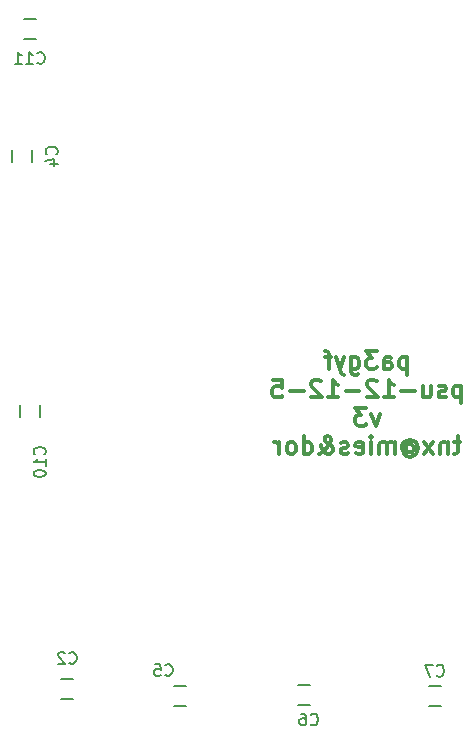
<source format=gbr>
G04 #@! TF.FileFunction,Legend,Bot*
%FSLAX46Y46*%
G04 Gerber Fmt 4.6, Leading zero omitted, Abs format (unit mm)*
G04 Created by KiCad (PCBNEW (after 2015-mar-04 BZR unknown)-product) date Wed 02 Nov 2016 01:14:16 AM CET*
%MOMM*%
G01*
G04 APERTURE LIST*
%ADD10C,0.100000*%
%ADD11C,0.300000*%
%ADD12C,0.150000*%
G04 APERTURE END LIST*
D10*
D11*
X49747857Y-46243571D02*
X49747857Y-47743571D01*
X49747857Y-46315000D02*
X49605000Y-46243571D01*
X49319286Y-46243571D01*
X49176429Y-46315000D01*
X49105000Y-46386429D01*
X49033571Y-46529286D01*
X49033571Y-46957857D01*
X49105000Y-47100714D01*
X49176429Y-47172143D01*
X49319286Y-47243571D01*
X49605000Y-47243571D01*
X49747857Y-47172143D01*
X47747857Y-47243571D02*
X47747857Y-46457857D01*
X47819286Y-46315000D01*
X47962143Y-46243571D01*
X48247857Y-46243571D01*
X48390714Y-46315000D01*
X47747857Y-47172143D02*
X47890714Y-47243571D01*
X48247857Y-47243571D01*
X48390714Y-47172143D01*
X48462143Y-47029286D01*
X48462143Y-46886429D01*
X48390714Y-46743571D01*
X48247857Y-46672143D01*
X47890714Y-46672143D01*
X47747857Y-46600714D01*
X47176428Y-45743571D02*
X46247857Y-45743571D01*
X46747857Y-46315000D01*
X46533571Y-46315000D01*
X46390714Y-46386429D01*
X46319285Y-46457857D01*
X46247857Y-46600714D01*
X46247857Y-46957857D01*
X46319285Y-47100714D01*
X46390714Y-47172143D01*
X46533571Y-47243571D01*
X46962143Y-47243571D01*
X47105000Y-47172143D01*
X47176428Y-47100714D01*
X44962143Y-46243571D02*
X44962143Y-47457857D01*
X45033572Y-47600714D01*
X45105000Y-47672143D01*
X45247857Y-47743571D01*
X45462143Y-47743571D01*
X45605000Y-47672143D01*
X44962143Y-47172143D02*
X45105000Y-47243571D01*
X45390714Y-47243571D01*
X45533572Y-47172143D01*
X45605000Y-47100714D01*
X45676429Y-46957857D01*
X45676429Y-46529286D01*
X45605000Y-46386429D01*
X45533572Y-46315000D01*
X45390714Y-46243571D01*
X45105000Y-46243571D01*
X44962143Y-46315000D01*
X44390714Y-46243571D02*
X44033571Y-47243571D01*
X43676429Y-46243571D02*
X44033571Y-47243571D01*
X44176429Y-47600714D01*
X44247857Y-47672143D01*
X44390714Y-47743571D01*
X43319286Y-46243571D02*
X42747857Y-46243571D01*
X43105000Y-47243571D02*
X43105000Y-45957857D01*
X43033572Y-45815000D01*
X42890714Y-45743571D01*
X42747857Y-45743571D01*
X54319285Y-48643571D02*
X54319285Y-50143571D01*
X54319285Y-48715000D02*
X54176428Y-48643571D01*
X53890714Y-48643571D01*
X53747857Y-48715000D01*
X53676428Y-48786429D01*
X53604999Y-48929286D01*
X53604999Y-49357857D01*
X53676428Y-49500714D01*
X53747857Y-49572143D01*
X53890714Y-49643571D01*
X54176428Y-49643571D01*
X54319285Y-49572143D01*
X53033571Y-49572143D02*
X52890714Y-49643571D01*
X52604999Y-49643571D01*
X52462142Y-49572143D01*
X52390714Y-49429286D01*
X52390714Y-49357857D01*
X52462142Y-49215000D01*
X52604999Y-49143571D01*
X52819285Y-49143571D01*
X52962142Y-49072143D01*
X53033571Y-48929286D01*
X53033571Y-48857857D01*
X52962142Y-48715000D01*
X52819285Y-48643571D01*
X52604999Y-48643571D01*
X52462142Y-48715000D01*
X51104999Y-48643571D02*
X51104999Y-49643571D01*
X51747856Y-48643571D02*
X51747856Y-49429286D01*
X51676428Y-49572143D01*
X51533570Y-49643571D01*
X51319285Y-49643571D01*
X51176428Y-49572143D01*
X51104999Y-49500714D01*
X50390713Y-49072143D02*
X49247856Y-49072143D01*
X47747856Y-49643571D02*
X48604999Y-49643571D01*
X48176427Y-49643571D02*
X48176427Y-48143571D01*
X48319284Y-48357857D01*
X48462142Y-48500714D01*
X48604999Y-48572143D01*
X47176428Y-48286429D02*
X47104999Y-48215000D01*
X46962142Y-48143571D01*
X46604999Y-48143571D01*
X46462142Y-48215000D01*
X46390713Y-48286429D01*
X46319285Y-48429286D01*
X46319285Y-48572143D01*
X46390713Y-48786429D01*
X47247856Y-49643571D01*
X46319285Y-49643571D01*
X45676428Y-49072143D02*
X44533571Y-49072143D01*
X43033571Y-49643571D02*
X43890714Y-49643571D01*
X43462142Y-49643571D02*
X43462142Y-48143571D01*
X43604999Y-48357857D01*
X43747857Y-48500714D01*
X43890714Y-48572143D01*
X42462143Y-48286429D02*
X42390714Y-48215000D01*
X42247857Y-48143571D01*
X41890714Y-48143571D01*
X41747857Y-48215000D01*
X41676428Y-48286429D01*
X41605000Y-48429286D01*
X41605000Y-48572143D01*
X41676428Y-48786429D01*
X42533571Y-49643571D01*
X41605000Y-49643571D01*
X40962143Y-49072143D02*
X39819286Y-49072143D01*
X38390714Y-48143571D02*
X39105000Y-48143571D01*
X39176429Y-48857857D01*
X39105000Y-48786429D01*
X38962143Y-48715000D01*
X38605000Y-48715000D01*
X38462143Y-48786429D01*
X38390714Y-48857857D01*
X38319286Y-49000714D01*
X38319286Y-49357857D01*
X38390714Y-49500714D01*
X38462143Y-49572143D01*
X38605000Y-49643571D01*
X38962143Y-49643571D01*
X39105000Y-49572143D01*
X39176429Y-49500714D01*
X47426428Y-51043571D02*
X47069285Y-52043571D01*
X46712143Y-51043571D01*
X46283571Y-50543571D02*
X45355000Y-50543571D01*
X45855000Y-51115000D01*
X45640714Y-51115000D01*
X45497857Y-51186429D01*
X45426428Y-51257857D01*
X45355000Y-51400714D01*
X45355000Y-51757857D01*
X45426428Y-51900714D01*
X45497857Y-51972143D01*
X45640714Y-52043571D01*
X46069286Y-52043571D01*
X46212143Y-51972143D01*
X46283571Y-51900714D01*
X54247857Y-53443571D02*
X53676428Y-53443571D01*
X54033571Y-52943571D02*
X54033571Y-54229286D01*
X53962143Y-54372143D01*
X53819285Y-54443571D01*
X53676428Y-54443571D01*
X53176428Y-53443571D02*
X53176428Y-54443571D01*
X53176428Y-53586429D02*
X53105000Y-53515000D01*
X52962142Y-53443571D01*
X52747857Y-53443571D01*
X52605000Y-53515000D01*
X52533571Y-53657857D01*
X52533571Y-54443571D01*
X51962142Y-54443571D02*
X51176428Y-53443571D01*
X51962142Y-53443571D02*
X51176428Y-54443571D01*
X49676428Y-53729286D02*
X49747856Y-53657857D01*
X49890713Y-53586429D01*
X50033571Y-53586429D01*
X50176428Y-53657857D01*
X50247856Y-53729286D01*
X50319285Y-53872143D01*
X50319285Y-54015000D01*
X50247856Y-54157857D01*
X50176428Y-54229286D01*
X50033571Y-54300714D01*
X49890713Y-54300714D01*
X49747856Y-54229286D01*
X49676428Y-54157857D01*
X49676428Y-53586429D02*
X49676428Y-54157857D01*
X49604999Y-54229286D01*
X49533571Y-54229286D01*
X49390713Y-54157857D01*
X49319285Y-54015000D01*
X49319285Y-53657857D01*
X49462142Y-53443571D01*
X49676428Y-53300714D01*
X49962142Y-53229286D01*
X50247856Y-53300714D01*
X50462142Y-53443571D01*
X50604999Y-53657857D01*
X50676428Y-53943571D01*
X50604999Y-54229286D01*
X50462142Y-54443571D01*
X50247856Y-54586429D01*
X49962142Y-54657857D01*
X49676428Y-54586429D01*
X49462142Y-54443571D01*
X48676428Y-54443571D02*
X48676428Y-53443571D01*
X48676428Y-53586429D02*
X48605000Y-53515000D01*
X48462142Y-53443571D01*
X48247857Y-53443571D01*
X48105000Y-53515000D01*
X48033571Y-53657857D01*
X48033571Y-54443571D01*
X48033571Y-53657857D02*
X47962142Y-53515000D01*
X47819285Y-53443571D01*
X47605000Y-53443571D01*
X47462142Y-53515000D01*
X47390714Y-53657857D01*
X47390714Y-54443571D01*
X46676428Y-54443571D02*
X46676428Y-53443571D01*
X46676428Y-52943571D02*
X46747857Y-53015000D01*
X46676428Y-53086429D01*
X46605000Y-53015000D01*
X46676428Y-52943571D01*
X46676428Y-53086429D01*
X45390714Y-54372143D02*
X45533571Y-54443571D01*
X45819285Y-54443571D01*
X45962142Y-54372143D01*
X46033571Y-54229286D01*
X46033571Y-53657857D01*
X45962142Y-53515000D01*
X45819285Y-53443571D01*
X45533571Y-53443571D01*
X45390714Y-53515000D01*
X45319285Y-53657857D01*
X45319285Y-53800714D01*
X46033571Y-53943571D01*
X44747857Y-54372143D02*
X44605000Y-54443571D01*
X44319285Y-54443571D01*
X44176428Y-54372143D01*
X44105000Y-54229286D01*
X44105000Y-54157857D01*
X44176428Y-54015000D01*
X44319285Y-53943571D01*
X44533571Y-53943571D01*
X44676428Y-53872143D01*
X44747857Y-53729286D01*
X44747857Y-53657857D01*
X44676428Y-53515000D01*
X44533571Y-53443571D01*
X44319285Y-53443571D01*
X44176428Y-53515000D01*
X42247856Y-54443571D02*
X42319285Y-54443571D01*
X42462142Y-54372143D01*
X42676428Y-54157857D01*
X43033571Y-53729286D01*
X43176428Y-53515000D01*
X43247856Y-53300714D01*
X43247856Y-53157857D01*
X43176428Y-53015000D01*
X43033571Y-52943571D01*
X42962142Y-52943571D01*
X42819285Y-53015000D01*
X42747856Y-53157857D01*
X42747856Y-53229286D01*
X42819285Y-53372143D01*
X42890714Y-53443571D01*
X43319285Y-53729286D01*
X43390714Y-53800714D01*
X43462142Y-53943571D01*
X43462142Y-54157857D01*
X43390714Y-54300714D01*
X43319285Y-54372143D01*
X43176428Y-54443571D01*
X42962142Y-54443571D01*
X42819285Y-54372143D01*
X42747856Y-54300714D01*
X42533571Y-54015000D01*
X42462142Y-53800714D01*
X42462142Y-53657857D01*
X40962142Y-54443571D02*
X40962142Y-52943571D01*
X40962142Y-54372143D02*
X41104999Y-54443571D01*
X41390713Y-54443571D01*
X41533571Y-54372143D01*
X41604999Y-54300714D01*
X41676428Y-54157857D01*
X41676428Y-53729286D01*
X41604999Y-53586429D01*
X41533571Y-53515000D01*
X41390713Y-53443571D01*
X41104999Y-53443571D01*
X40962142Y-53515000D01*
X40033570Y-54443571D02*
X40176428Y-54372143D01*
X40247856Y-54300714D01*
X40319285Y-54157857D01*
X40319285Y-53729286D01*
X40247856Y-53586429D01*
X40176428Y-53515000D01*
X40033570Y-53443571D01*
X39819285Y-53443571D01*
X39676428Y-53515000D01*
X39604999Y-53586429D01*
X39533570Y-53729286D01*
X39533570Y-54157857D01*
X39604999Y-54300714D01*
X39676428Y-54372143D01*
X39819285Y-54443571D01*
X40033570Y-54443571D01*
X38890713Y-54443571D02*
X38890713Y-53443571D01*
X38890713Y-53729286D02*
X38819285Y-53586429D01*
X38747856Y-53515000D01*
X38604999Y-53443571D01*
X38462142Y-53443571D01*
D12*
X17280000Y-17565000D02*
X18280000Y-17565000D01*
X18280000Y-19265000D02*
X17280000Y-19265000D01*
X16295000Y-29710000D02*
X16295000Y-28710000D01*
X17995000Y-28710000D02*
X17995000Y-29710000D01*
X18630000Y-50300000D02*
X18630000Y-51300000D01*
X16930000Y-51300000D02*
X16930000Y-50300000D01*
X21455000Y-75145000D02*
X20455000Y-75145000D01*
X20455000Y-73445000D02*
X21455000Y-73445000D01*
X29980000Y-74080000D02*
X30980000Y-74080000D01*
X30980000Y-75780000D02*
X29980000Y-75780000D01*
X40521000Y-73953000D02*
X41521000Y-73953000D01*
X41521000Y-75653000D02*
X40521000Y-75653000D01*
X51570000Y-74080000D02*
X52570000Y-74080000D01*
X52570000Y-75780000D02*
X51570000Y-75780000D01*
X18422857Y-21312143D02*
X18470476Y-21359762D01*
X18613333Y-21407381D01*
X18708571Y-21407381D01*
X18851429Y-21359762D01*
X18946667Y-21264524D01*
X18994286Y-21169286D01*
X19041905Y-20978810D01*
X19041905Y-20835952D01*
X18994286Y-20645476D01*
X18946667Y-20550238D01*
X18851429Y-20455000D01*
X18708571Y-20407381D01*
X18613333Y-20407381D01*
X18470476Y-20455000D01*
X18422857Y-20502619D01*
X17470476Y-21407381D02*
X18041905Y-21407381D01*
X17756191Y-21407381D02*
X17756191Y-20407381D01*
X17851429Y-20550238D01*
X17946667Y-20645476D01*
X18041905Y-20693095D01*
X16518095Y-21407381D02*
X17089524Y-21407381D01*
X16803810Y-21407381D02*
X16803810Y-20407381D01*
X16899048Y-20550238D01*
X16994286Y-20645476D01*
X17089524Y-20693095D01*
X20042143Y-29043334D02*
X20089762Y-28995715D01*
X20137381Y-28852858D01*
X20137381Y-28757620D01*
X20089762Y-28614762D01*
X19994524Y-28519524D01*
X19899286Y-28471905D01*
X19708810Y-28424286D01*
X19565952Y-28424286D01*
X19375476Y-28471905D01*
X19280238Y-28519524D01*
X19185000Y-28614762D01*
X19137381Y-28757620D01*
X19137381Y-28852858D01*
X19185000Y-28995715D01*
X19232619Y-29043334D01*
X19470714Y-29900477D02*
X20137381Y-29900477D01*
X19089762Y-29662381D02*
X19804048Y-29424286D01*
X19804048Y-30043334D01*
X19026143Y-54475143D02*
X19073762Y-54427524D01*
X19121381Y-54284667D01*
X19121381Y-54189429D01*
X19073762Y-54046571D01*
X18978524Y-53951333D01*
X18883286Y-53903714D01*
X18692810Y-53856095D01*
X18549952Y-53856095D01*
X18359476Y-53903714D01*
X18264238Y-53951333D01*
X18169000Y-54046571D01*
X18121381Y-54189429D01*
X18121381Y-54284667D01*
X18169000Y-54427524D01*
X18216619Y-54475143D01*
X19121381Y-55427524D02*
X19121381Y-54856095D01*
X19121381Y-55141809D02*
X18121381Y-55141809D01*
X18264238Y-55046571D01*
X18359476Y-54951333D01*
X18407095Y-54856095D01*
X18121381Y-56046571D02*
X18121381Y-56141810D01*
X18169000Y-56237048D01*
X18216619Y-56284667D01*
X18311857Y-56332286D01*
X18502333Y-56379905D01*
X18740429Y-56379905D01*
X18930905Y-56332286D01*
X19026143Y-56284667D01*
X19073762Y-56237048D01*
X19121381Y-56141810D01*
X19121381Y-56046571D01*
X19073762Y-55951333D01*
X19026143Y-55903714D01*
X18930905Y-55856095D01*
X18740429Y-55808476D01*
X18502333Y-55808476D01*
X18311857Y-55856095D01*
X18216619Y-55903714D01*
X18169000Y-55951333D01*
X18121381Y-56046571D01*
X21121666Y-72112143D02*
X21169285Y-72159762D01*
X21312142Y-72207381D01*
X21407380Y-72207381D01*
X21550238Y-72159762D01*
X21645476Y-72064524D01*
X21693095Y-71969286D01*
X21740714Y-71778810D01*
X21740714Y-71635952D01*
X21693095Y-71445476D01*
X21645476Y-71350238D01*
X21550238Y-71255000D01*
X21407380Y-71207381D01*
X21312142Y-71207381D01*
X21169285Y-71255000D01*
X21121666Y-71302619D01*
X20740714Y-71302619D02*
X20693095Y-71255000D01*
X20597857Y-71207381D01*
X20359761Y-71207381D01*
X20264523Y-71255000D01*
X20216904Y-71302619D01*
X20169285Y-71397857D01*
X20169285Y-71493095D01*
X20216904Y-71635952D01*
X20788333Y-72207381D01*
X20169285Y-72207381D01*
X29249666Y-73128143D02*
X29297285Y-73175762D01*
X29440142Y-73223381D01*
X29535380Y-73223381D01*
X29678238Y-73175762D01*
X29773476Y-73080524D01*
X29821095Y-72985286D01*
X29868714Y-72794810D01*
X29868714Y-72651952D01*
X29821095Y-72461476D01*
X29773476Y-72366238D01*
X29678238Y-72271000D01*
X29535380Y-72223381D01*
X29440142Y-72223381D01*
X29297285Y-72271000D01*
X29249666Y-72318619D01*
X28344904Y-72223381D02*
X28821095Y-72223381D01*
X28868714Y-72699571D01*
X28821095Y-72651952D01*
X28725857Y-72604333D01*
X28487761Y-72604333D01*
X28392523Y-72651952D01*
X28344904Y-72699571D01*
X28297285Y-72794810D01*
X28297285Y-73032905D01*
X28344904Y-73128143D01*
X28392523Y-73175762D01*
X28487761Y-73223381D01*
X28725857Y-73223381D01*
X28821095Y-73175762D01*
X28868714Y-73128143D01*
X41568666Y-77319143D02*
X41616285Y-77366762D01*
X41759142Y-77414381D01*
X41854380Y-77414381D01*
X41997238Y-77366762D01*
X42092476Y-77271524D01*
X42140095Y-77176286D01*
X42187714Y-76985810D01*
X42187714Y-76842952D01*
X42140095Y-76652476D01*
X42092476Y-76557238D01*
X41997238Y-76462000D01*
X41854380Y-76414381D01*
X41759142Y-76414381D01*
X41616285Y-76462000D01*
X41568666Y-76509619D01*
X40711523Y-76414381D02*
X40902000Y-76414381D01*
X40997238Y-76462000D01*
X41044857Y-76509619D01*
X41140095Y-76652476D01*
X41187714Y-76842952D01*
X41187714Y-77223905D01*
X41140095Y-77319143D01*
X41092476Y-77366762D01*
X40997238Y-77414381D01*
X40806761Y-77414381D01*
X40711523Y-77366762D01*
X40663904Y-77319143D01*
X40616285Y-77223905D01*
X40616285Y-76985810D01*
X40663904Y-76890571D01*
X40711523Y-76842952D01*
X40806761Y-76795333D01*
X40997238Y-76795333D01*
X41092476Y-76842952D01*
X41140095Y-76890571D01*
X41187714Y-76985810D01*
X52236666Y-73187143D02*
X52284285Y-73234762D01*
X52427142Y-73282381D01*
X52522380Y-73282381D01*
X52665238Y-73234762D01*
X52760476Y-73139524D01*
X52808095Y-73044286D01*
X52855714Y-72853810D01*
X52855714Y-72710952D01*
X52808095Y-72520476D01*
X52760476Y-72425238D01*
X52665238Y-72330000D01*
X52522380Y-72282381D01*
X52427142Y-72282381D01*
X52284285Y-72330000D01*
X52236666Y-72377619D01*
X51903333Y-72282381D02*
X51236666Y-72282381D01*
X51665238Y-73282381D01*
M02*

</source>
